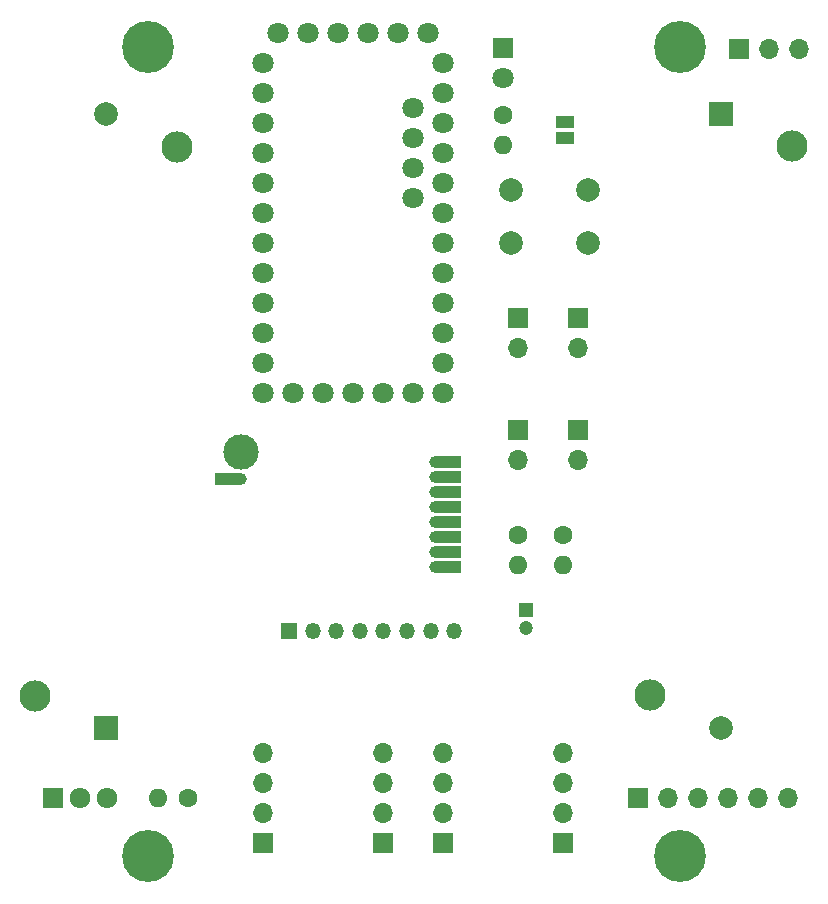
<source format=gbr>
%TF.GenerationSoftware,KiCad,Pcbnew,8.0.5-8.0.5-0~ubuntu22.04.1*%
%TF.CreationDate,2024-09-30T16:19:24+02:00*%
%TF.ProjectId,HB-UNI-SEN-BATT_E07-868MS10_FUEL4EP,48422d55-4e49-42d5-9345-4e2d42415454,1.3*%
%TF.SameCoordinates,Original*%
%TF.FileFunction,Soldermask,Top*%
%TF.FilePolarity,Negative*%
%FSLAX46Y46*%
G04 Gerber Fmt 4.6, Leading zero omitted, Abs format (unit mm)*
G04 Created by KiCad (PCBNEW 8.0.5-8.0.5-0~ubuntu22.04.1) date 2024-09-30 16:19:24*
%MOMM*%
%LPD*%
G01*
G04 APERTURE LIST*
%ADD10R,1.800000X1.800000*%
%ADD11C,1.800000*%
%ADD12R,1.700000X1.700000*%
%ADD13O,1.700000X1.700000*%
%ADD14C,2.640000*%
%ADD15C,2.000000*%
%ADD16R,2.000000X2.000000*%
%ADD17R,1.200000X1.200000*%
%ADD18C,1.200000*%
%ADD19C,1.600000*%
%ADD20O,1.600000X1.600000*%
%ADD21R,1.717500X1.800000*%
%ADD22O,1.717500X1.800000*%
%ADD23R,2.170000X1.000000*%
%ADD24C,1.000000*%
%ADD25C,3.000000*%
%ADD26R,1.500000X1.000000*%
%ADD27C,4.400000*%
%ADD28C,0.700000*%
%ADD29R,1.350000X1.350000*%
%ADD30O,1.350000X1.350000*%
G04 APERTURE END LIST*
D10*
%TO.C,D1*%
X45050000Y71720000D03*
D11*
X45050000Y69180000D03*
%TD*%
D12*
%TO.C,J1*%
X46320000Y39335000D03*
D13*
X46320000Y36795000D03*
%TD*%
D12*
%TO.C,J2*%
X51400000Y39335000D03*
D13*
X51400000Y36795000D03*
%TD*%
D12*
%TO.C,J7*%
X34890000Y4410000D03*
D13*
X34890000Y6950000D03*
X34890000Y9490000D03*
X34890000Y12030000D03*
%TD*%
D14*
%TO.C,BT1*%
X69485000Y63390000D03*
X57495000Y16910000D03*
D15*
X63490000Y14150000D03*
D16*
X63490000Y66140000D03*
%TD*%
D12*
%TO.C,J3*%
X46320000Y48860000D03*
D13*
X46320000Y46320000D03*
%TD*%
D12*
%TO.C,J4*%
X51400000Y48860000D03*
D13*
X51400000Y46320000D03*
%TD*%
D12*
%TO.C,J5*%
X56480000Y8220000D03*
D13*
X59020000Y8220000D03*
X61560000Y8220000D03*
X64100000Y8220000D03*
X66640000Y8220000D03*
X69180000Y8220000D03*
%TD*%
D12*
%TO.C,J6*%
X24730000Y4410000D03*
D13*
X24730000Y6950000D03*
X24730000Y9490000D03*
X24730000Y12030000D03*
%TD*%
D17*
%TO.C,C1*%
X46955000Y24095000D03*
D18*
X46955000Y22595000D03*
%TD*%
D19*
%TO.C,R4*%
X50130000Y30445000D03*
D20*
X50130000Y27905000D03*
%TD*%
D19*
%TO.C,R5*%
X46320000Y30445000D03*
D20*
X46320000Y27905000D03*
%TD*%
D19*
%TO.C,R1*%
X45050000Y66005000D03*
D20*
X45050000Y63465000D03*
%TD*%
D19*
%TO.C,R3*%
X18380000Y8220000D03*
D20*
X15840000Y8220000D03*
%TD*%
D21*
%TO.C,Q1*%
X6950000Y8220000D03*
D22*
X9240000Y8220000D03*
X11530000Y8220000D03*
%TD*%
D12*
%TO.C,J9*%
X50130000Y4410000D03*
D13*
X50130000Y6950000D03*
X50130000Y9490000D03*
X50130000Y12030000D03*
%TD*%
D12*
%TO.C,J10*%
X64989000Y71656500D03*
D13*
X67529000Y71656500D03*
X70069000Y71656500D03*
%TD*%
D11*
%TO.C,Module2*%
X37430000Y66640000D03*
X37430000Y64100000D03*
X34890000Y42510000D03*
X37430000Y42510000D03*
X39970000Y42510000D03*
X39970000Y45050000D03*
X39970000Y47590000D03*
X39970000Y50130000D03*
X39970000Y52670000D03*
X39970000Y55210000D03*
X39970000Y57750000D03*
X39970000Y60290000D03*
X39970000Y62830000D03*
X39970000Y65370000D03*
X39970000Y67910000D03*
X39970000Y70450000D03*
X24730000Y70450000D03*
X24730000Y67910000D03*
X24730000Y65370000D03*
X24730000Y62830000D03*
X24730000Y60290000D03*
X24730000Y57750000D03*
X24730000Y55210000D03*
X24730000Y52670000D03*
X24730000Y50130000D03*
X24730000Y47590000D03*
X24730000Y45050000D03*
X24730000Y42510000D03*
X37430000Y59020000D03*
X37430000Y61560000D03*
X32350000Y42510000D03*
X29810000Y42510000D03*
X27270000Y42510000D03*
X26000000Y72990000D03*
X28540000Y72990000D03*
X31080000Y72990000D03*
X33620000Y72990000D03*
X36160000Y72990000D03*
X38700000Y72990000D03*
%TD*%
D23*
%TO.C,Module1*%
X21715000Y35250000D03*
D24*
X22800000Y35250000D03*
D23*
X40345000Y27800000D03*
D24*
X39260000Y27800000D03*
D25*
X22800000Y37530000D03*
D23*
X40345000Y29070000D03*
D24*
X39260000Y29070000D03*
X39260000Y30340000D03*
D23*
X40345000Y30340000D03*
X40345000Y31610000D03*
D24*
X39260000Y31610000D03*
D23*
X40345000Y32880000D03*
D24*
X39260000Y32880000D03*
D23*
X40345000Y34150000D03*
D24*
X39260000Y34150000D03*
D23*
X40345000Y35420000D03*
D24*
X39260000Y35420000D03*
D23*
X40345000Y36690000D03*
D24*
X39260000Y36690000D03*
%TD*%
D26*
%TO.C,JP2*%
X50257000Y65400000D03*
X50257000Y64100000D03*
%TD*%
D15*
%TO.C,SW1*%
X45685000Y59655000D03*
X52185000Y59655000D03*
X45685000Y55155000D03*
X52185000Y55155000D03*
%TD*%
D12*
%TO.C,J8*%
X39970000Y4410000D03*
D13*
X39970000Y6950000D03*
X39970000Y9490000D03*
X39970000Y12030000D03*
%TD*%
D27*
%TO.C,H2*%
X60000000Y71750000D03*
D28*
X61800000Y71750000D03*
X61272800Y70477200D03*
X60000000Y69950000D03*
X58727200Y70477200D03*
X58200000Y71750000D03*
X58727200Y73022800D03*
X60000000Y73550000D03*
X61272800Y73022800D03*
%TD*%
D27*
%TO.C,H4*%
X60000000Y3250000D03*
D28*
X61800000Y3250000D03*
X61272800Y1977200D03*
X60000000Y1450000D03*
X58727200Y1977200D03*
X58200000Y3250000D03*
X58727200Y4522800D03*
X60000000Y5050000D03*
X61272800Y4522800D03*
%TD*%
D27*
%TO.C,H1*%
X15000000Y71750000D03*
D28*
X16800000Y71750000D03*
X16272800Y70477200D03*
X15000000Y69950000D03*
X13727200Y70477200D03*
X13200000Y71750000D03*
X13727200Y73022800D03*
X15000000Y73550000D03*
X16272800Y73022800D03*
%TD*%
D27*
%TO.C,H3*%
X15000000Y3250000D03*
D28*
X16800000Y3250000D03*
X16272800Y1977200D03*
X15000000Y1450000D03*
X13727200Y1977200D03*
X13200000Y3250000D03*
X13727200Y4522800D03*
X15000000Y5050000D03*
X16272800Y4522800D03*
%TD*%
D29*
%TO.C,J11*%
X26901700Y22329700D03*
D30*
X28901700Y22329700D03*
X30901700Y22329700D03*
X32901700Y22329700D03*
X34901700Y22329700D03*
X36901700Y22329700D03*
X38901700Y22329700D03*
X40901700Y22329700D03*
%TD*%
D14*
%TO.C,BT2*%
X5425000Y16850000D03*
X17415000Y63330000D03*
D15*
X11420000Y66090000D03*
D16*
X11420000Y14100000D03*
%TD*%
M02*

</source>
